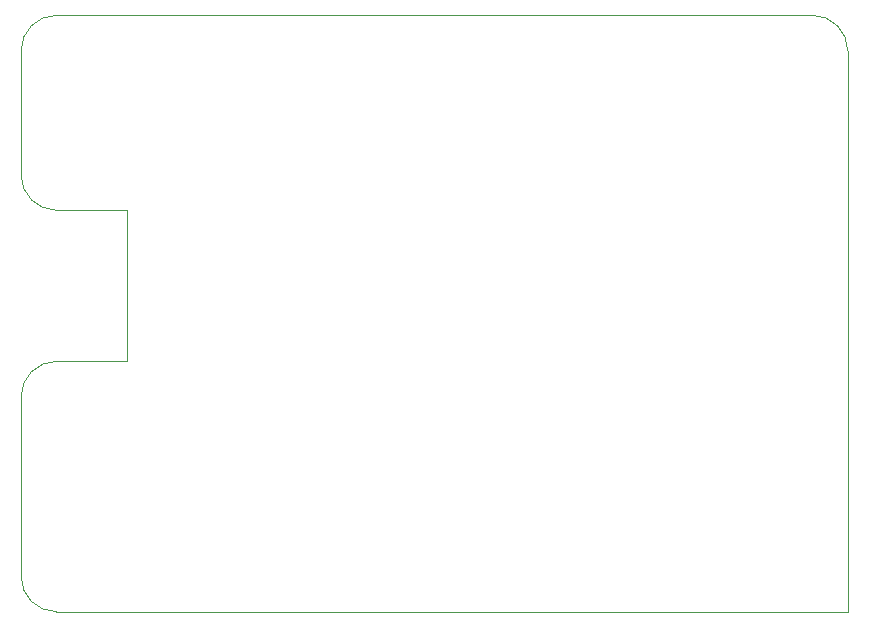
<source format=gbr>
%TF.GenerationSoftware,KiCad,Pcbnew,9.0.3-9.0.3-0~ubuntu24.04.1*%
%TF.CreationDate,2026-01-17T20:15:47+05:30*%
%TF.ProjectId,orbigator,6f726269-6761-4746-9f72-2e6b69636164,rev?*%
%TF.SameCoordinates,Original*%
%TF.FileFunction,Profile,NP*%
%FSLAX46Y46*%
G04 Gerber Fmt 4.6, Leading zero omitted, Abs format (unit mm)*
G04 Created by KiCad (PCBNEW 9.0.3-9.0.3-0~ubuntu24.04.1) date 2026-01-17 20:15:47*
%MOMM*%
%LPD*%
G01*
G04 APERTURE LIST*
%TA.AperFunction,Profile*%
%ADD10C,0.050000*%
%TD*%
G04 APERTURE END LIST*
D10*
X74000000Y-96000000D02*
X74000000Y-108800000D01*
X65000000Y-111800000D02*
G75*
G02*
X68000000Y-108800000I3000000J0D01*
G01*
X68000000Y-130000000D02*
G75*
G02*
X65000000Y-127000000I0J3000000D01*
G01*
X65000000Y-111800000D02*
X65000000Y-127000000D01*
X65000000Y-82500000D02*
X65000000Y-93000000D01*
X132000000Y-79500000D02*
G75*
G02*
X135000000Y-82500000I0J-3000000D01*
G01*
X68000000Y-96000000D02*
X74000000Y-96000000D01*
X68000000Y-96000000D02*
G75*
G02*
X65000000Y-93000000I0J3000000D01*
G01*
X132000000Y-79500000D02*
X68000000Y-79500000D01*
X135000000Y-82500000D02*
X135000000Y-130000000D01*
X135000000Y-130000000D02*
X68000000Y-130000000D01*
X74000000Y-108800000D02*
X68000000Y-108800000D01*
X65000000Y-82500000D02*
G75*
G02*
X68000000Y-79500000I3000000J0D01*
G01*
M02*

</source>
